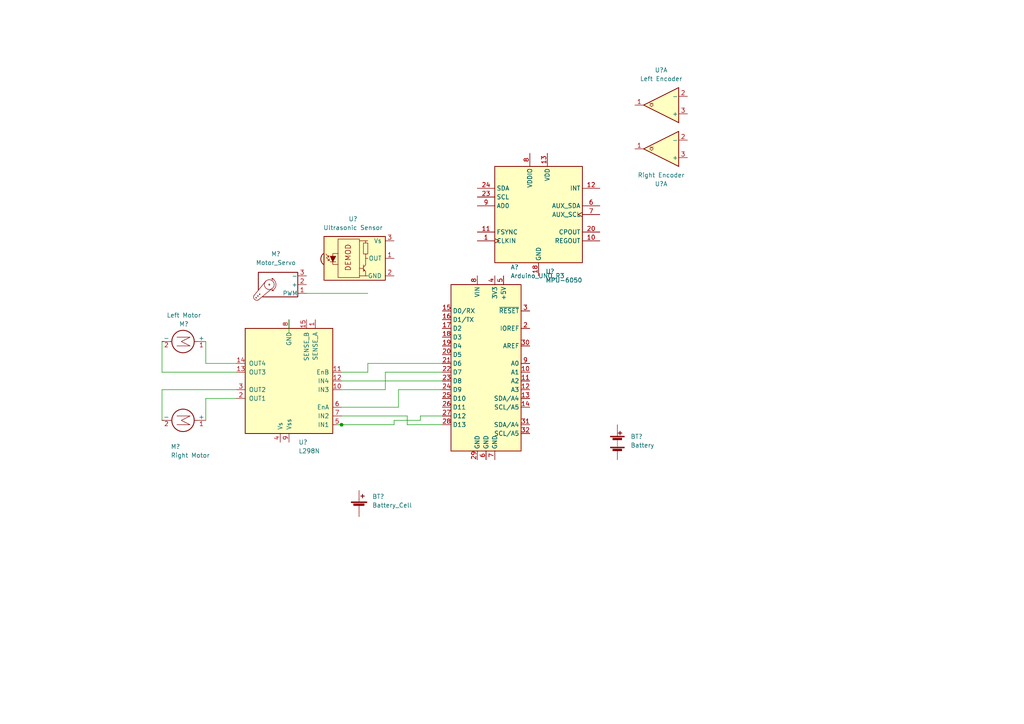
<source format=kicad_sch>
(kicad_sch (version 20211123) (generator eeschema)
  (paper "A4")
  (lib_symbols
    (symbol "Comparator:LM393" (pin_names (offset 0.127))
      (property "Reference" "U" (at 3.81 3.81 0))
      (property "Value" "LM393" (at 6.35 -3.81 0))
      (symbol "LM393_1_1"
        (polyline (pts (xy -5.08 5.08) (xy 5.08 0) (xy -5.08 -5.08) (xy -5.08 5.08)) (stroke (width 0.254)) (fill (type background)))
        (polyline (pts (xy 3.302 -0.508) (xy 2.794 -0.508) (xy 3.302 0) (xy 2.794 0.508) (xy 2.286 0) (xy 2.794 -0.508) (xy 2.286 -0.508)) (stroke (width 0.127)))
        (pin open_collector line (at 7.62 0 180) (length 2.54) (name "~") (number "1"))
        (pin input line (at -7.62 -2.54 0) (length 2.54) (name "-") (number "2"))
        (pin input line (at -7.62 2.54 0) (length 2.54) (name "+") (number "3"))
      )
      (symbol "LM393_2_1"
        (polyline (pts (xy -5.08 5.08) (xy 5.08 0) (xy -5.08 -5.08) (xy -5.08 5.08)) (stroke (width 0.254)) (fill (type background)))
        (polyline (pts (xy 3.302 -0.508) (xy 2.794 -0.508) (xy 3.302 0) (xy 2.794 0.508) (xy 2.286 0) (xy 2.794 -0.508) (xy 2.286 -0.508)) (stroke (width 0.127)))
        (pin input line (at -7.62 2.54 0) (length 2.54) (name "+") (number "5"))
        (pin input line (at -7.62 -2.54 0) (length 2.54) (name "-") (number "6"))
        (pin open_collector line (at 7.62 0 180) (length 2.54) (name "~") (number "7"))
      )
      (symbol "LM393_3_1"
        (pin power_in line (at -2.54 -7.62 90) (length 3.81) (name "V-") (number "4"))
        (pin power_in line (at -2.54 7.62 270) (length 3.81) (name "V+") (number "8"))
      )
    )
    (symbol "Device:Battery" (pin_numbers hide) (pin_names (offset 0) hide)
      (property "Reference" "BT" (at 2.54 2.54 0))
      (property "Value" "Battery" (at 2.54 0 0))
      (symbol "Battery_0_1"
        (rectangle (start -2.032 -1.397) (end 2.032 -1.651) (fill (type outline)))
        (rectangle (start -2.032 1.778) (end 2.032 1.524) (fill (type outline)))
        (rectangle (start -1.3208 -1.9812) (end 1.27 -2.4892) (fill (type outline)))
        (rectangle (start -1.3208 1.1938) (end 1.27 0.6858) (fill (type outline)))
        (polyline (pts (xy 0 -1.524) (xy 0 -1.27)))
        (polyline (pts (xy 0 -1.016) (xy 0 -0.762)))
        (polyline (pts (xy 0 -0.508) (xy 0 -0.254)))
        (polyline (pts (xy 0 0) (xy 0 0.254)))
        (polyline (pts (xy 0 0.508) (xy 0 0.762)))
        (polyline (pts (xy 0 1.778) (xy 0 2.54)))
        (polyline (pts (xy 0.254 2.667) (xy 1.27 2.667)) (stroke (width 0.254)))
        (polyline (pts (xy 0.762 3.175) (xy 0.762 2.159)) (stroke (width 0.254)))
      )
      (symbol "Battery_1_1"
        (pin passive line (at 0 5.08 270) (length 2.54) (name "+") (number "1"))
        (pin passive line (at 0 -5.08 90) (length 2.54) (name "-") (number "2"))
      )
    )
    (symbol "Device:Battery_Cell" (pin_numbers hide) (pin_names (offset 0) hide)
      (property "Reference" "BT" (at 2.54 2.54 0))
      (property "Value" "Battery_Cell" (at 2.54 0 0))
      (symbol "Battery_Cell_0_1"
        (rectangle (start -2.286 1.778) (end 2.286 1.524) (fill (type outline)))
        (rectangle (start -1.5748 1.1938) (end 1.4732 0.6858) (fill (type outline)))
        (polyline (pts (xy 0 0.762) (xy 0 0)))
        (polyline (pts (xy 0 1.778) (xy 0 2.54)))
        (polyline (pts (xy 0.508 3.429) (xy 1.524 3.429)) (stroke (width 0.254)))
        (polyline (pts (xy 1.016 3.937) (xy 1.016 2.921)) (stroke (width 0.254)))
      )
      (symbol "Battery_Cell_1_1"
        (pin passive line (at 0 5.08 270) (length 2.54) (name "+") (number "1"))
        (pin passive line (at 0 -2.54 90) (length 2.54) (name "-") (number "2"))
      )
    )
    (symbol "Driver_Motor:L298N" (pin_names (offset 1.016))
      (property "Reference" "U" (at -10.16 16.51 0))
      (property "Value" "L298N" (at 12.7 16.51 0))
      (symbol "L298N_0_1"
        (rectangle (start -12.7 15.24) (end 12.7 -15.24) (stroke (width 0.254)) (fill (type background)))
      )
      (symbol "L298N_1_1"
        (pin power_in line (at -7.62 -17.78 90) (length 2.54) (name "SENSE_A") (number "1"))
        (pin input line (at -15.24 2.54 0) (length 2.54) (name "IN3") (number "10"))
        (pin input line (at -15.24 -2.54 0) (length 2.54) (name "EnB") (number "11"))
        (pin input line (at -15.24 0 0) (length 2.54) (name "IN4") (number "12"))
        (pin output line (at 15.24 -2.54 180) (length 2.54) (name "OUT3") (number "13"))
        (pin output line (at 15.24 -5.08 180) (length 2.54) (name "OUT4") (number "14"))
        (pin power_in line (at -5.08 -17.78 90) (length 2.54) (name "SENSE_B") (number "15"))
        (pin output line (at 15.24 5.08 180) (length 2.54) (name "OUT1") (number "2"))
        (pin output line (at 15.24 2.54 180) (length 2.54) (name "OUT2") (number "3"))
        (pin power_in line (at 2.54 17.78 270) (length 2.54) (name "Vs") (number "4"))
        (pin input line (at -15.24 12.7 0) (length 2.54) (name "IN1") (number "5"))
        (pin input line (at -15.24 7.62 0) (length 2.54) (name "EnA") (number "6"))
        (pin input line (at -15.24 10.16 0) (length 2.54) (name "IN2") (number "7"))
        (pin power_in line (at 0 -17.78 90) (length 2.54) (name "GND") (number "8"))
        (pin power_in line (at 0 17.78 270) (length 2.54) (name "Vss") (number "9"))
      )
    )
    (symbol "MCU_Module:Arduino_UNO_R3"
      (property "Reference" "A" (at -10.16 23.495 0))
      (property "Value" "Arduino_UNO_R3" (at 5.08 -26.67 0))
      (symbol "Arduino_UNO_R3_0_1"
        (rectangle (start -10.16 22.86) (end 10.16 -25.4) (stroke (width 0.254)) (fill (type background)))
      )
      (symbol "Arduino_UNO_R3_1_1"
        (pin no_connect line (at -10.16 -20.32 0) (length 2.54) hide (name "NC") (number "1"))
        (pin bidirectional line (at 12.7 -2.54 180) (length 2.54) (name "A1") (number "10"))
        (pin bidirectional line (at 12.7 -5.08 180) (length 2.54) (name "A2") (number "11"))
        (pin bidirectional line (at 12.7 -7.62 180) (length 2.54) (name "A3") (number "12"))
        (pin bidirectional line (at 12.7 -10.16 180) (length 2.54) (name "SDA/A4") (number "13"))
        (pin bidirectional line (at 12.7 -12.7 180) (length 2.54) (name "SCL/A5") (number "14"))
        (pin bidirectional line (at -12.7 15.24 0) (length 2.54) (name "D0/RX") (number "15"))
        (pin bidirectional line (at -12.7 12.7 0) (length 2.54) (name "D1/TX") (number "16"))
        (pin bidirectional line (at -12.7 10.16 0) (length 2.54) (name "D2") (number "17"))
        (pin bidirectional line (at -12.7 7.62 0) (length 2.54) (name "D3") (number "18"))
        (pin bidirectional line (at -12.7 5.08 0) (length 2.54) (name "D4") (number "19"))
        (pin output line (at 12.7 10.16 180) (length 2.54) (name "IOREF") (number "2"))
        (pin bidirectional line (at -12.7 2.54 0) (length 2.54) (name "D5") (number "20"))
        (pin bidirectional line (at -12.7 0 0) (length 2.54) (name "D6") (number "21"))
        (pin bidirectional line (at -12.7 -2.54 0) (length 2.54) (name "D7") (number "22"))
        (pin bidirectional line (at -12.7 -5.08 0) (length 2.54) (name "D8") (number "23"))
        (pin bidirectional line (at -12.7 -7.62 0) (length 2.54) (name "D9") (number "24"))
        (pin bidirectional line (at -12.7 -10.16 0) (length 2.54) (name "D10") (number "25"))
        (pin bidirectional line (at -12.7 -12.7 0) (length 2.54) (name "D11") (number "26"))
        (pin bidirectional line (at -12.7 -15.24 0) (length 2.54) (name "D12") (number "27"))
        (pin bidirectional line (at -12.7 -17.78 0) (length 2.54) (name "D13") (number "28"))
        (pin power_in line (at -2.54 -27.94 90) (length 2.54) (name "GND") (number "29"))
        (pin input line (at 12.7 15.24 180) (length 2.54) (name "~{RESET}") (number "3"))
        (pin input line (at 12.7 5.08 180) (length 2.54) (name "AREF") (number "30"))
        (pin bidirectional line (at 12.7 -17.78 180) (length 2.54) (name "SDA/A4") (number "31"))
        (pin bidirectional line (at 12.7 -20.32 180) (length 2.54) (name "SCL/A5") (number "32"))
        (pin power_out line (at 2.54 25.4 270) (length 2.54) (name "3V3") (number "4"))
        (pin power_out line (at 5.08 25.4 270) (length 2.54) (name "+5V") (number "5"))
        (pin power_in line (at 0 -27.94 90) (length 2.54) (name "GND") (number "6"))
        (pin power_in line (at 2.54 -27.94 90) (length 2.54) (name "GND") (number "7"))
        (pin power_in line (at -2.54 25.4 270) (length 2.54) (name "VIN") (number "8"))
        (pin bidirectional line (at 12.7 0 180) (length 2.54) (name "A0") (number "9"))
      )
    )
    (symbol "Motor:Motor_DC" (pin_names (offset 0))
      (property "Reference" "M" (at 2.54 2.54 0))
      (property "Value" "Motor_DC" (at 2.54 -5.08 0))
      (symbol "Motor_DC_0_0"
        (polyline (pts (xy -1.27 -3.302) (xy -1.27 0.508) (xy 0 -2.032) (xy 1.27 0.508) (xy 1.27 -3.302)))
      )
      (symbol "Motor_DC_0_1"
        (circle (center 0 -1.524) (radius 3.2512) (stroke (width 0.254)))
        (polyline (pts (xy 0 -7.62) (xy 0 -7.112)))
        (polyline (pts (xy 0 -4.7752) (xy 0 -5.1816)))
        (polyline (pts (xy 0 1.7272) (xy 0 2.0828)))
        (polyline (pts (xy 0 2.032) (xy 0 2.54)))
      )
      (symbol "Motor_DC_1_1"
        (pin passive line (at 0 5.08 270) (length 2.54) (name "+") (number "1"))
        (pin passive line (at 0 -7.62 90) (length 2.54) (name "-") (number "2"))
      )
    )
    (symbol "Motor:Motor_Servo" (pin_names (offset 0.0254))
      (property "Reference" "M" (at -5.08 4.445 0))
      (property "Value" "Motor_Servo" (at -5.08 -4.064 0))
      (symbol "Motor_Servo_0_1"
        (polyline (pts (xy 2.413 -1.778) (xy 2.032 -1.778)))
        (polyline (pts (xy 2.413 -1.778) (xy 2.286 -1.397)))
        (polyline (pts (xy 2.413 1.778) (xy 1.905 1.778)))
        (polyline (pts (xy 2.413 1.778) (xy 2.286 1.397)))
        (polyline (pts (xy 6.35 4.445) (xy 2.54 1.27)))
        (polyline (pts (xy 7.62 3.175) (xy 4.191 -1.016)))
        (polyline (pts (xy 5.08 3.556) (xy -5.08 3.556) (xy -5.08 -3.556) (xy 6.35 -3.556) (xy 6.35 1.524)) (stroke (width 0.254)))
        (arc (start 2.413 1.778) (mid 1.2406 0) (end 2.413 -1.778))
        (circle (center 3.175 0) (radius 0.1778))
        (circle (center 3.175 0) (radius 1.4224))
        (circle (center 5.969 2.794) (radius 0.127))
        (circle (center 6.477 3.302) (radius 0.127))
        (circle (center 6.985 3.81) (radius 0.127))
        (arc (start 7.62 3.175) (mid 7.4485 4.2735) (end 6.35 4.445))
      )
      (symbol "Motor_Servo_1_1"
        (pin passive line (at -7.62 2.54 0) (length 2.54) (name "PWM") (number "1"))
        (pin passive line (at -7.62 0 0) (length 2.54) (name "+") (number "2"))
        (pin passive line (at -7.62 -2.54 0) (length 2.54) (name "-") (number "3"))
      )
    )
    (symbol "Sensor_Motion:MPU-6050"
      (property "Reference" "U" (at -11.43 13.97 0))
      (property "Value" "MPU-6050" (at 7.62 -15.24 0))
      (symbol "MPU-6050_0_0"
        (text "" (at 12.7 -2.54 0) (effects (font (size 1.27 1.27))))
      )
      (symbol "MPU-6050_0_1"
        (rectangle (start -12.7 13.97) (end 12.7 -13.97) (stroke (width 0.254)) (fill (type background)))
      )
      (symbol "MPU-6050_1_1"
        (pin input clock (at -17.78 -7.62 0) (length 5.08) (name "CLKIN") (number "1"))
        (pin passive line (at 17.78 -7.62 180) (length 5.08) (name "REGOUT") (number "10"))
        (pin input line (at -17.78 -5.08 0) (length 5.08) (name "FSYNC") (number "11"))
        (pin output line (at 17.78 7.62 180) (length 5.08) (name "INT") (number "12"))
        (pin power_in line (at 2.54 17.78 270) (length 3.81) (name "VDD") (number "13"))
        (pin no_connect line (at -12.7 -10.16 0) (length 2.54) hide (name "NC") (number "14"))
        (pin no_connect line (at 12.7 12.7 180) (length 2.54) hide (name "NC") (number "15"))
        (pin no_connect line (at 12.7 10.16 180) (length 2.54) hide (name "NC") (number "16"))
        (pin no_connect line (at 12.7 5.08 180) (length 2.54) hide (name "NC") (number "17"))
        (pin power_in line (at 0 -17.78 90) (length 3.81) (name "GND") (number "18"))
        (pin no_connect line (at 12.7 -10.16 180) (length 2.54) hide (name "NC") (number "19"))
        (pin no_connect line (at -12.7 12.7 0) (length 2.54) hide (name "NC") (number "2"))
        (pin passive line (at 17.78 -5.08 180) (length 5.08) (name "CPOUT") (number "20"))
        (pin no_connect line (at 12.7 -2.54 180) (length 2.54) hide (name "NC") (number "21"))
        (pin no_connect line (at 12.7 -12.7 180) (length 2.54) hide (name "NC") (number "22"))
        (pin input line (at -17.78 5.08 0) (length 5.08) (name "SCL") (number "23"))
        (pin bidirectional line (at -17.78 7.62 0) (length 5.08) (name "SDA") (number "24"))
        (pin no_connect line (at -12.7 10.16 0) (length 2.54) hide (name "NC") (number "3"))
        (pin no_connect line (at -12.7 0 0) (length 2.54) hide (name "NC") (number "4"))
        (pin no_connect line (at -12.7 -2.54 0) (length 2.54) hide (name "NC") (number "5"))
        (pin bidirectional line (at 17.78 2.54 180) (length 5.08) (name "AUX_SDA") (number "6"))
        (pin output clock (at 17.78 0 180) (length 5.08) (name "AUX_SCL") (number "7"))
        (pin power_in line (at -2.54 17.78 270) (length 3.81) (name "VDDIO") (number "8"))
        (pin input line (at -17.78 2.54 0) (length 5.08) (name "AD0") (number "9"))
      )
    )
    (symbol "Sensor_Proximity:TSSP58038" (pin_names (offset 1.016))
      (property "Reference" "U" (at -10.16 7.62 0))
      (property "Value" "TSSP58038" (at -10.16 -7.62 0))
      (symbol "TSSP58038_0_0"
        (arc (start -10.287 1.397) (mid -11.0899 -0.1852) (end -10.287 -1.778) (stroke (width 0.254)) (fill (type background)))
        (polyline (pts (xy 1.905 -5.08) (xy 0.127 -5.08)))
        (polyline (pts (xy 1.905 5.08) (xy 0.127 5.08)))
        (text "DEMOD" (at -3.175 0.254 900) (effects (font (size 1.524 1.524))))
      )
      (symbol "TSSP58038_0_1"
        (rectangle (start -6.096 5.588) (end 0.127 -5.588))
        (polyline (pts (xy -8.763 0.381) (xy -9.652 1.27)))
        (polyline (pts (xy -8.763 0.381) (xy -9.271 0.381)))
        (polyline (pts (xy -8.763 0.381) (xy -8.763 0.889)))
        (polyline (pts (xy -8.636 -0.635) (xy -9.525 0.254)))
        (polyline (pts (xy -8.636 -0.635) (xy -9.144 -0.635)))
        (polyline (pts (xy -8.636 -0.635) (xy -8.636 -0.127)))
        (polyline (pts (xy -8.382 -1.016) (xy -6.731 -1.016)))
        (polyline (pts (xy 1.27 -2.921) (xy 0.127 -2.921)))
        (polyline (pts (xy 1.27 -1.905) (xy 1.27 -3.81)))
        (polyline (pts (xy 1.397 -3.556) (xy 1.524 -3.556)))
        (polyline (pts (xy 1.651 -3.556) (xy 1.524 -3.556)))
        (polyline (pts (xy 1.651 -3.556) (xy 1.651 -3.302)))
        (polyline (pts (xy 1.905 0) (xy 1.905 1.27)))
        (polyline (pts (xy 1.905 4.445) (xy 1.905 5.08) (xy 2.54 5.08)))
        (polyline (pts (xy -8.382 0.635) (xy -6.731 0.635) (xy -7.62 -1.016) (xy -8.382 0.635)) (fill (type outline)))
        (polyline (pts (xy -6.096 1.397) (xy -7.62 1.397) (xy -7.62 -1.778) (xy -6.096 -1.778)))
        (polyline (pts (xy 1.27 -3.175) (xy 1.905 -3.81) (xy 1.905 -5.08) (xy 2.54 -5.08)))
        (polyline (pts (xy 1.27 -2.54) (xy 1.905 -1.905) (xy 1.905 0) (xy 2.54 0)))
        (rectangle (start 2.54 1.27) (end 1.27 4.445))
        (rectangle (start 7.62 6.35) (end -10.16 -6.35) (stroke (width 0.254)) (fill (type background)))
      )
      (symbol "TSSP58038_1_1"
        (pin output line (at 10.16 0 180) (length 2.54) (name "OUT") (number "1"))
        (pin power_in line (at 10.16 -5.08 180) (length 2.54) (name "GND") (number "2"))
        (pin power_in line (at 10.16 5.08 180) (length 2.54) (name "Vs") (number "3"))
      )
    )
  )
  (junction (at 99.06 123.19))
  (wire (pts (xy 106.68 105.41) (xy 106.68 107.95)))
  (wire (pts (xy 68.58 115.57) (xy 59.69 115.57)))
  (wire (pts (xy 99.06 118.11) (xy 115.57 118.11)))
  (wire (pts (xy 83.82 92.71) (xy 83.82 96.52)))
  (wire (pts (xy 46.99 113.03) (xy 46.99 121.92)))
  (wire (pts (xy 115.57 118.11) (xy 115.57 113.03)))
  (wire (pts (xy 59.69 105.41) (xy 59.69 99.06)))
  (wire (pts (xy 99.06 123.19) (xy 114.3 123.19)))
  (wire (pts (xy 111.76 107.95) (xy 111.76 113.03)))
  (wire (pts (xy 99.06 110.49) (xy 128.27 110.49)))
  (wire (pts (xy 128.27 105.41) (xy 106.68 105.41)))
  (wire (pts (xy 99.06 113.03) (xy 111.76 113.03)))
  (wire (pts (xy 118.11 123.19) (xy 128.27 123.19)))
  (wire (pts (xy 115.57 113.03) (xy 128.27 113.03)))
  (wire (pts (xy 46.99 107.95) (xy 46.99 99.06)))
  (wire (pts (xy 68.58 113.03) (xy 46.99 113.03)))
  (wire (pts (xy 118.11 120.65) (xy 118.11 123.19)))
  (wire (pts (xy 68.58 105.41) (xy 59.69 105.41)))
  (wire (pts (xy 99.06 120.65) (xy 118.11 120.65)))
  (wire (pts (xy 99.06 107.95) (xy 106.68 107.95)))
  (wire (pts (xy 114.3 121.92) (xy 114.3 123.19)))
  (wire (pts (xy 59.69 115.57) (xy 59.69 121.92)))
  (wire (pts (xy 97.79 123.19) (xy 99.06 123.19)))
  (wire (pts (xy 114.3 121.92) (xy 121.92 121.92)))
  (wire (pts (xy 128.27 107.95) (xy 111.76 107.95)))
  (wire (pts (xy 121.92 120.65) (xy 128.27 120.65)))
  (wire (pts (xy 68.58 107.95) (xy 46.99 107.95)))
  (wire (pts (xy 121.92 121.92) (xy 121.92 120.65)))
  (wire (pts (xy 88.9 85.09) (xy 106.68 85.09)))
  (symbol (lib_id "Motor:Motor_Servo") (at 81.28 82.55 180) (unit 1)
    (property "Reference" "M?" (at 80.0211 73.66 0))
    (property "Value" "Motor_Servo" (at 80.0211 76.2 0))
    (property "Datasheet" "http://forums.parallax.com/uploads/attachments/46831/74481.png" (effects hide))
  )
  (symbol (lib_id "Comparator:LM393") (at 191.77 30.48 180) (unit 1)
    (property "Reference" "U?" (at 191.77 20.32 0))
    (property "Value" "Left Encoder" (at 191.77 22.86 0))
    (property "Datasheet" "http://www.ti.com/lit/ds/symlink/lm393.pdf" (effects hide))
  )
  (symbol (lib_id "Driver_Motor:L298N") (at 83.82 110.49 180) (unit 1)
    (property "Reference" "U?" (at 86.5887 128.27 0) (effects (justify right)))
    (property "Value" "L298N" (at 86.5887 130.81 0) (effects (justify right)))
    (property "Footprint" "Package_TO_SOT_THT:TO-220-15_P2.54x2.54mm_StaggerOdd_Lead4.58mm_Vertical" (effects hide))
    (property "Datasheet" "http://www.st.com/st-web-ui/static/active/en/resource/technical/document/datasheet/CD00000240.pdf" (effects hide))
  )
  (symbol (lib_id "MCU_Module:Arduino_UNO_R3") (at 140.97 105.41 0) (unit 1)
    (property "Reference" "A?" (at 148.0694 77.47 0) (effects (justify left)))
    (property "Value" "Arduino_UNO_R3" (at 148.0694 80.01 0) (effects (justify left)))
    (property "Footprint" "Module:Arduino_UNO_R3" (effects hide))
    (property "Datasheet" "https://www.arduino.cc/en/Main/arduinoBoardUno" (effects hide))
  )
  (symbol (lib_id "Sensor_Motion:MPU-6050") (at 156.21 62.23 0) (unit 1)
    (property "Reference" "U?" (at 158.2294 78.74 0) (effects (justify left)))
    (property "Value" "MPU-6050" (at 158.2294 81.28 0) (effects (justify left)))
    (property "Footprint" "Sensor_Motion:InvenSense_QFN-24_4x4mm_P0.5mm" (effects hide))
    (property "Datasheet" "https://store.invensense.com/datasheets/invensense/MPU-6050_DataSheet_V3%204.pdf" (effects hide))
  )
  (symbol (lib_id "Device:Battery") (at 179.07 128.27 0) (unit 1)
    (property "Reference" "BT?" (at 182.88 126.6189 0) (effects (justify left)))
    (property "Value" "Battery" (at 182.88 129.1589 0) (effects (justify left)))
  )
  (symbol (lib_id "Motor:Motor_DC") (at 54.61 121.92 270) (unit 1)
    (property "Reference" "M?" (at 49.53 129.54 90) (effects (justify left)))
    (property "Value" "Right Motor" (at 49.53 132.08 90) (effects (justify left)))
  )
  (symbol (lib_id "Sensor_Proximity:TSSP58038") (at 104.14 74.93 0) (unit 1)
    (property "Reference" "U?" (at 102.405 63.5 0))
    (property "Value" "Ultrasonic Sensor" (at 102.405 66.04 0))
    (property "Footprint" "OptoDevice:Vishay_MINICAST-3Pin" (effects hide))
    (property "Datasheet" "http://www.vishay.com/docs/82476/tssp58p38.pdf" (effects hide))
  )
  (symbol (lib_id "Motor:Motor_DC") (at 54.61 99.06 270) (unit 1)
    (property "Reference" "M?" (at 53.34 93.98 90))
    (property "Value" "Left Motor" (at 53.34 91.44 90))
  )
  (symbol (lib_id "Comparator:LM393") (at 191.77 43.18 180) (unit 1)
    (property "Reference" "U?" (at 191.77 53.34 0))
    (property "Value" "Right Encoder" (at 191.77 50.8 0))
    (property "Datasheet" "http://www.ti.com/lit/ds/symlink/lm393.pdf" (effects hide))
  )
  (symbol (lib_id "Device:Battery_Cell") (at 104.14 147.32 0) (unit 1)
    (property "Reference" "BT?" (at 107.95 144.0179 0) (effects (justify left)))
    (property "Value" "Battery_Cell" (at 107.95 146.5579 0) (effects (justify left)))
  )
)
</source>
